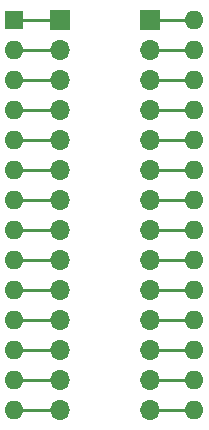
<source format=gtl>
G04 #@! TF.GenerationSoftware,KiCad,Pcbnew,(5.1.9)-1*
G04 #@! TF.CreationDate,2021-11-21T23:01:30-05:00*
G04 #@! TF.ProjectId,sst39-28,73737433-392d-4323-982e-6b696361645f,rev?*
G04 #@! TF.SameCoordinates,Original*
G04 #@! TF.FileFunction,Copper,L1,Top*
G04 #@! TF.FilePolarity,Positive*
%FSLAX46Y46*%
G04 Gerber Fmt 4.6, Leading zero omitted, Abs format (unit mm)*
G04 Created by KiCad (PCBNEW (5.1.9)-1) date 2021-11-21 23:01:30*
%MOMM*%
%LPD*%
G01*
G04 APERTURE LIST*
G04 #@! TA.AperFunction,ComponentPad*
%ADD10O,1.700000X1.700000*%
G04 #@! TD*
G04 #@! TA.AperFunction,ComponentPad*
%ADD11R,1.700000X1.700000*%
G04 #@! TD*
G04 #@! TA.AperFunction,ComponentPad*
%ADD12O,1.600000X1.600000*%
G04 #@! TD*
G04 #@! TA.AperFunction,ComponentPad*
%ADD13R,1.600000X1.600000*%
G04 #@! TD*
G04 #@! TA.AperFunction,Conductor*
%ADD14C,0.250000*%
G04 #@! TD*
G04 APERTURE END LIST*
D10*
X152380000Y-95820000D03*
X152380000Y-93280000D03*
X152380000Y-90740000D03*
X152380000Y-88200000D03*
X152380000Y-85660000D03*
X152380000Y-83120000D03*
X152380000Y-80580000D03*
X152380000Y-78040000D03*
X152380000Y-75500000D03*
X152380000Y-72960000D03*
X152380000Y-70420000D03*
X152380000Y-67880000D03*
X152380000Y-65340000D03*
D11*
X152380000Y-62800000D03*
D10*
X144760000Y-95820000D03*
X144760000Y-93280000D03*
X144760000Y-90740000D03*
X144760000Y-88200000D03*
X144760000Y-85660000D03*
X144760000Y-83120000D03*
X144760000Y-80580000D03*
X144760000Y-78040000D03*
X144760000Y-75500000D03*
X144760000Y-72960000D03*
X144760000Y-70420000D03*
X144760000Y-67880000D03*
X144760000Y-65340000D03*
D11*
X144760000Y-62800000D03*
D12*
X156140000Y-62800000D03*
X140900000Y-95820000D03*
X156140000Y-65340000D03*
X140900000Y-93280000D03*
X156140000Y-67880000D03*
X140900000Y-90740000D03*
X156140000Y-70420000D03*
X140900000Y-88200000D03*
X156140000Y-72960000D03*
X140900000Y-85660000D03*
X156140000Y-75500000D03*
X140900000Y-83120000D03*
X156140000Y-78040000D03*
X140900000Y-80580000D03*
X156140000Y-80580000D03*
X140900000Y-78040000D03*
X156140000Y-83120000D03*
X140900000Y-75500000D03*
X156140000Y-85660000D03*
X140900000Y-72960000D03*
X156140000Y-88200000D03*
X140900000Y-70420000D03*
X156140000Y-90740000D03*
X140900000Y-67880000D03*
X156140000Y-93280000D03*
X140900000Y-65340000D03*
X156140000Y-95820000D03*
D13*
X140900000Y-62800000D03*
D14*
X140900000Y-95820000D02*
X144760000Y-95820000D01*
X140900000Y-93280000D02*
X144760000Y-93280000D01*
X140900000Y-90740000D02*
X144760000Y-90740000D01*
X140900000Y-88200000D02*
X144760000Y-88200000D01*
X140900000Y-85660000D02*
X144760000Y-85660000D01*
X140900000Y-83120000D02*
X144760000Y-83120000D01*
X140900000Y-80580000D02*
X144760000Y-80580000D01*
X140900000Y-78040000D02*
X144760000Y-78040000D01*
X140900000Y-75500000D02*
X144760000Y-75500000D01*
X140900000Y-72960000D02*
X144760000Y-72960000D01*
X140900000Y-70420000D02*
X144760000Y-70420000D01*
X140900000Y-67880000D02*
X144760000Y-67880000D01*
X140900000Y-65340000D02*
X144760000Y-65340000D01*
X140900000Y-62800000D02*
X144760000Y-62800000D01*
X152380000Y-95820000D02*
X156140000Y-95820000D01*
X152380000Y-93280000D02*
X156140000Y-93280000D01*
X152380000Y-90740000D02*
X156140000Y-90740000D01*
X152380000Y-88200000D02*
X156140000Y-88200000D01*
X152380000Y-85660000D02*
X156140000Y-85660000D01*
X152380000Y-83120000D02*
X156140000Y-83120000D01*
X152380000Y-80580000D02*
X156140000Y-80580000D01*
X152380000Y-78040000D02*
X156140000Y-78040000D01*
X152380000Y-75500000D02*
X156140000Y-75500000D01*
X152380000Y-72960000D02*
X156140000Y-72960000D01*
X152380000Y-70420000D02*
X156140000Y-70420000D01*
X152380000Y-67880000D02*
X156140000Y-67880000D01*
X152380000Y-65340000D02*
X156140000Y-65340000D01*
X152380000Y-62800000D02*
X156140000Y-62800000D01*
M02*

</source>
